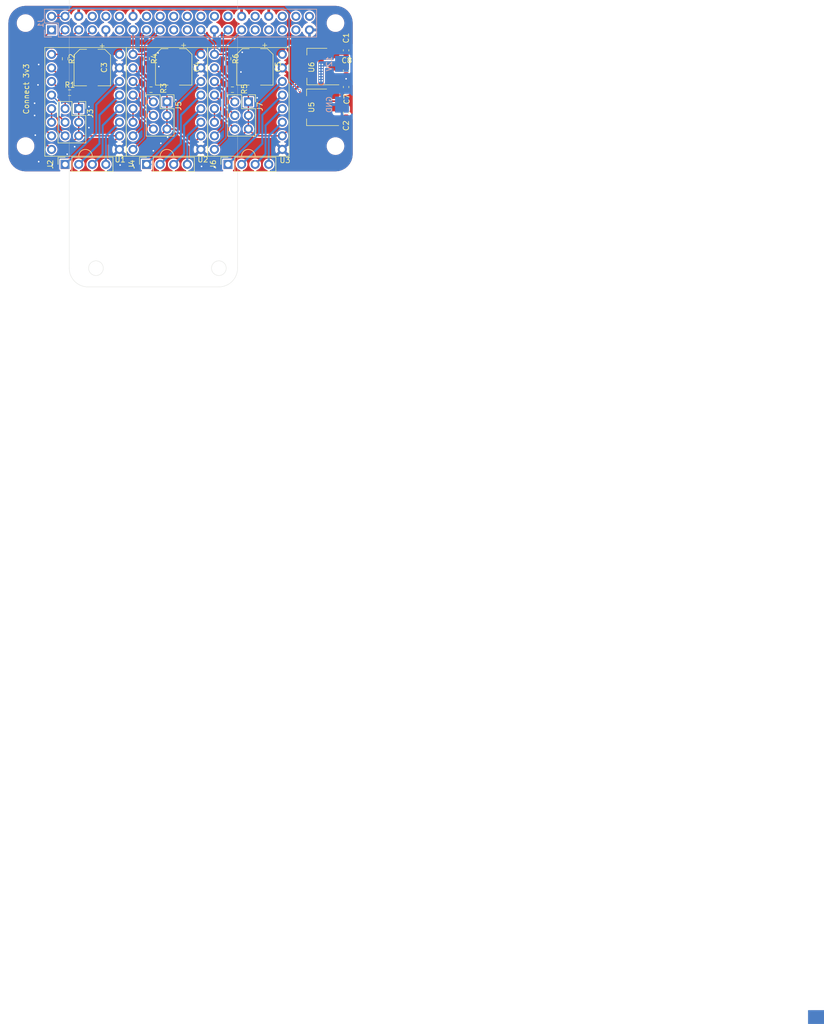
<source format=kicad_pcb>
(kicad_pcb (version 20171130) (host pcbnew "(5.1.10)-1")
  (layers (0 F.Cu signal) (31 B.Cu signal) (34 B.Paste user hide) (35 F.Paste user hide) (36 B.SilkS user hide) (37 F.SilkS user hide) (38 B.Mask user hide) (39 F.Mask user hide) (44 Edge.Cuts user hide))
  (net 0 "")
  (net 1 +12V)
  (net 2 GND)
  (net 3 +5V)
  (net 4 VCC)
  (net 5 "Net-(J1-Pad1)")
  (net 6 /dir1)
  (net 7 /step1)
  (net 8 /en1)
  (net 9 /en2)
  (net 10 /step2)
  (net 11 /en3)
  (net 12 /dir2)
  (net 13 /step3)
  (net 14 /dir3)
  (net 15 "Net-(J1-Pad16)")
  (net 16 "Net-(J1-Pad18)")
  (net 17 "Net-(J1-Pad20)")
  (net 18 "Net-(J1-Pad22)")
  (net 19 "Net-(J1-Pad24)")
  (net 20 "Net-(J1-Pad26)")
  (net 21 "Net-(J1-Pad28)")
  (net 22 "Net-(J1-Pad31)")
  (net 23 "Net-(J1-Pad32)")
  (net 24 "Net-(J1-Pad33)")
  (net 25 "Net-(J1-Pad35)")
  (net 26 "Net-(J1-Pad36)")
  (net 27 "Net-(J1-Pad37)")
  (net 28 "Net-(J1-Pad38)")
  (net 29 "Net-(J1-Pad40)")
  (net 30 "Net-(J2-Pad4)")
  (net 31 "Net-(J2-Pad3)")
  (net 32 "Net-(J2-Pad2)")
  (net 33 "Net-(J2-Pad1)")
  (net 34 "Net-(J3-Pad2)")
  (net 35 "Net-(J3-Pad4)")
  (net 36 "Net-(J3-Pad6)")
  (net 37 "Net-(J6-Pad4)")
  (net 38 "Net-(J6-Pad3)")
  (net 39 "Net-(J6-Pad2)")
  (net 40 "Net-(J6-Pad1)")
  (net 41 "Net-(J7-Pad2)")
  (net 42 "Net-(J7-Pad4)")
  (net 43 "Net-(J7-Pad6)")
  (net 44 "Net-(U1-Pad3)")
  (net 45 "Net-(U3-Pad3)")
  (net 46 "Net-(J4-Pad1)")
  (net 47 "Net-(J4-Pad2)")
  (net 48 "Net-(J4-Pad3)")
  (net 49 "Net-(J4-Pad4)")
  (net 50 "Net-(J5-Pad2)")
  (net 51 "Net-(J5-Pad4)")
  (net 52 "Net-(J5-Pad6)")
  (net 53 "Net-(U2-Pad3)")
  (net 54 /enX)
  (net 55 /stepX)
  (net 56 /dirX)
  (net 57 "Net-(J1-Pad11)")
  (net 58 "Net-(J1-Pad21)")
  (net 59 "Net-(J1-Pad19)")
  (module Connector_Pin:Pin_D1.3mm_L11.0mm (layer B.Cu) (at 171.3865 120.5865 90)
    (fp_text reference GND (at 0 -2.4 90) (layer B.SilkS) (effects (justify mirror)))
    (fp_text value Pin_D1.3mm_L11.0mm)
    (pad 1 smd rect (at 0 0 90) (size 3 2.6) (layers B.Cu B.Paste B.Mask) (net 2 GND))
  )
  (module "" (layer F.Cu) (at 119.38 138.811)
    (fp_text reference "" (at 140.716 152.4) (layer F.SilkS) (effects (font (size 1.27 1.27))))
    (fp_text value "" (at 140.716 152.4) (layer F.SilkS) (effects (font (size 1.27 1.27))))
    (pad 1 smd rect (at 140.716 152.4) (size 3 2.6) (layers B.Cu B.Paste B.Mask))
  )
  (module Connector_Pin:Pin_D1.3mm_L11.0mm (layer B.Cu) (at 171.3865 112.9665 90)
    (fp_text reference 12V (at 0 -2.4 90) (layer B.SilkS) (effects (justify mirror)))
    (fp_text value Pin_D1.3mm_L11.0mm)
    (pad 1 smd rect (at 0 0 90) (size 3 2.6) (layers B.Cu B.Paste B.Mask) (net 1 +12V))
  )
  (module Resistor_SMD:R_0201_0603Metric (layer F.Cu) (at 113.3475 117.6655 90)
    (fp_text reference "Connect 3v3" (at 0 -1.05 90) (layer F.SilkS))
    (fp_text value R_0201_0603Metric)
    (pad 2 smd roundrect (at 0.32 0 90) (size 0.46 0.4) (layers F.Cu F.Mask) (net 5 "Net-(J1-Pad1)"))
    (pad 1 smd roundrect (at -0.32 0 90) (size 0.46 0.4) (layers F.Cu F.Mask) (net 4 VCC))
  )
  (module Connector_PinSocket_2.54mm:PinSocket_2x20_P2.54mm_Vertical (layer B.Cu) (at 117.0305 106.6165 270)
    (fp_text reference J1 (at -1.27 2.032 270) (layer B.SilkS) (effects (justify mirror)))
    (fp_text value Conn_02x20_Odd_Even)
    (pad 40 thru_hole oval (at -2.54 -48.26 270) (size 1.7 1.7) (drill 1) (layers *.Cu *.Mask) (net 29 "Net-(J1-Pad40)"))
    (pad 39 thru_hole oval (at 0 -48.26 270) (size 1.7 1.7) (drill 1) (layers *.Cu *.Mask) (net 2 GND))
    (pad 38 thru_hole oval (at -2.54 -45.72 270) (size 1.7 1.7) (drill 1) (layers *.Cu *.Mask) (net 28 "Net-(J1-Pad38)"))
    (pad 37 thru_hole oval (at 0 -45.72 270) (size 1.7 1.7) (drill 1) (layers *.Cu *.Mask) (net 27 "Net-(J1-Pad37)"))
    (pad 36 thru_hole oval (at -2.54 -43.18 270) (size 1.7 1.7) (drill 1) (layers *.Cu *.Mask) (net 26 "Net-(J1-Pad36)"))
    (pad 35 thru_hole oval (at 0 -43.18 270) (size 1.7 1.7) (drill 1) (layers *.Cu *.Mask) (net 25 "Net-(J1-Pad35)"))
    (pad 34 thru_hole oval (at -2.54 -40.64 270) (size 1.7 1.7) (drill 1) (layers *.Cu *.Mask) (net 2 GND))
    (pad 33 thru_hole oval (at 0 -40.64 270) (size 1.7 1.7) (drill 1) (layers *.Cu *.Mask) (net 24 "Net-(J1-Pad33)"))
    (pad 32 thru_hole oval (at -2.54 -38.1 270) (size 1.7 1.7) (drill 1) (layers *.Cu *.Mask) (net 23 "Net-(J1-Pad32)"))
    (pad 31 thru_hole oval (at 0 -38.1 270) (size 1.7 1.7) (drill 1) (layers *.Cu *.Mask) (net 22 "Net-(J1-Pad31)"))
    (pad 30 thru_hole oval (at -2.54 -35.56 270) (size 1.7 1.7) (drill 1) (layers *.Cu *.Mask) (net 2 GND))
    (pad 29 thru_hole oval (at 0 -35.56 270) (size 1.7 1.7) (drill 1) (layers *.Cu *.Mask) (net 14 /dir3))
    (pad 28 thru_hole oval (at -2.54 -33.02 270) (size 1.7 1.7) (drill 1) (layers *.Cu *.Mask) (net 21 "Net-(J1-Pad28)"))
    (pad 27 thru_hole oval (at 0 -33.02 270) (size 1.7 1.7) (drill 1) (layers *.Cu *.Mask) (net 13 /step3))
    (pad 26 thru_hole oval (at -2.54 -30.48 270) (size 1.7 1.7) (drill 1) (layers *.Cu *.Mask) (net 20 "Net-(J1-Pad26)"))
    (pad 25 thru_hole oval (at 0 -30.48 270) (size 1.7 1.7) (drill 1) (layers *.Cu *.Mask) (net 2 GND))
    (pad 24 thru_hole oval (at -2.54 -27.94 270) (size 1.7 1.7) (drill 1) (layers *.Cu *.Mask) (net 19 "Net-(J1-Pad24)"))
    (pad 23 thru_hole oval (at 0 -27.94 270) (size 1.7 1.7) (drill 1) (layers *.Cu *.Mask) (net 11 /en3))
    (pad 22 thru_hole oval (at -2.54 -25.4 270) (size 1.7 1.7) (drill 1) (layers *.Cu *.Mask) (net 18 "Net-(J1-Pad22)"))
    (pad 21 thru_hole oval (at 0 -25.4 270) (size 1.7 1.7) (drill 1) (layers *.Cu *.Mask) (net 58 "Net-(J1-Pad21)"))
    (pad 20 thru_hole oval (at -2.54 -22.86 270) (size 1.7 1.7) (drill 1) (layers *.Cu *.Mask) (net 17 "Net-(J1-Pad20)"))
    (pad 19 thru_hole oval (at 0 -22.86 270) (size 1.7 1.7) (drill 1) (layers *.Cu *.Mask) (net 59 "Net-(J1-Pad19)"))
    (pad 18 thru_hole oval (at -2.54 -20.32 270) (size 1.7 1.7) (drill 1) (layers *.Cu *.Mask) (net 16 "Net-(J1-Pad18)"))
    (pad 17 thru_hole oval (at 0 -20.32 270) (size 1.7 1.7) (drill 1) (layers *.Cu *.Mask) (net 12 /dir2))
    (pad 16 thru_hole oval (at -2.54 -17.78 270) (size 1.7 1.7) (drill 1) (layers *.Cu *.Mask) (net 15 "Net-(J1-Pad16)"))
    (pad 15 thru_hole oval (at 0 -17.78 270) (size 1.7 1.7) (drill 1) (layers *.Cu *.Mask) (net 10 /step2))
    (pad 14 thru_hole oval (at -2.54 -15.24 270) (size 1.7 1.7) (drill 1) (layers *.Cu *.Mask) (net 2 GND))
    (pad 13 thru_hole oval (at 0 -15.24 270) (size 1.7 1.7) (drill 1) (layers *.Cu *.Mask) (net 9 /en2))
    (pad 12 thru_hole oval (at -2.54 -12.7 270) (size 1.7 1.7) (drill 1) (layers *.Cu *.Mask) (net 56 /dirX))
    (pad 11 thru_hole oval (at 0 -12.7 270) (size 1.7 1.7) (drill 1) (layers *.Cu *.Mask) (net 57 "Net-(J1-Pad11)"))
    (pad 10 thru_hole oval (at -2.54 -10.16 270) (size 1.7 1.7) (drill 1) (layers *.Cu *.Mask) (net 55 /stepX))
    (pad 9 thru_hole oval (at 0 -10.16 270) (size 1.7 1.7) (drill 1) (layers *.Cu *.Mask) (net 2 GND))
    (pad 8 thru_hole oval (at -2.54 -7.62 270) (size 1.7 1.7) (drill 1) (layers *.Cu *.Mask) (net 54 /enX))
    (pad 7 thru_hole oval (at 0 -7.62 270) (size 1.7 1.7) (drill 1) (layers *.Cu *.Mask) (net 8 /en1))
    (pad 6 thru_hole oval (at -2.54 -5.08 270) (size 1.7 1.7) (drill 1) (layers *.Cu *.Mask) (net 2 GND))
    (pad 5 thru_hole oval (at 0 -5.08 270) (size 1.7 1.7) (drill 1) (layers *.Cu *.Mask) (net 7 /step1))
    (pad 4 thru_hole oval (at -2.54 -2.54 270) (size 1.7 1.7) (drill 1) (layers *.Cu *.Mask) (net 3 +5V))
    (pad 3 thru_hole oval (at 0 -2.54 270) (size 1.7 1.7) (drill 1) (layers *.Cu *.Mask) (net 6 /dir1))
    (pad 2 thru_hole oval (at -2.54 0 270) (size 1.7 1.7) (drill 1) (layers *.Cu *.Mask) (net 3 +5V))
    (pad 1 thru_hole rect (at 0 0 270) (size 1.7 1.7) (drill 1) (layers *.Cu *.Mask) (net 5 "Net-(J1-Pad1)"))
  )
  (module a4988:a4988 (layer F.Cu) (at 123.3805 120.0785 90)
    (fp_text reference U1 (at -10.795 6.477) (layer F.SilkS))
    (fp_text value a4988)
    (pad 9 thru_hole circle (at 8.89 6.35 180) (size 1.7 1.7) (drill 1) (layers *.Cu *.Mask) (net 1 +12V))
    (pad 10 thru_hole circle (at 6.35 6.35 180) (size 1.7 1.7) (drill 1) (layers *.Cu *.Mask) (net 2 GND))
    (pad 11 thru_hole circle (at 3.81 6.35 180) (size 1.7 1.7) (drill 1) (layers *.Cu *.Mask) (net 33 "Net-(J2-Pad1)"))
    (pad 12 thru_hole circle (at 1.27 6.35 180) (size 1.7 1.7) (drill 1) (layers *.Cu *.Mask) (net 32 "Net-(J2-Pad2)"))
    (pad 13 thru_hole circle (at -1.27 6.35 180) (size 1.7 1.7) (drill 1) (layers *.Cu *.Mask) (net 31 "Net-(J2-Pad3)"))
    (pad 14 thru_hole circle (at -3.81 6.35 180) (size 1.7 1.7) (drill 1) (layers *.Cu *.Mask) (net 30 "Net-(J2-Pad4)"))
    (pad 15 thru_hole circle (at -6.35 6.35 180) (size 1.7 1.7) (drill 1) (layers *.Cu *.Mask) (net 4 VCC))
    (pad 16 thru_hole circle (at -8.89 6.35 180) (size 1.7 1.7) (drill 1) (layers *.Cu *.Mask) (net 2 GND))
    (pad 1 thru_hole circle (at -8.89 -6.35 180) (size 1.7 1.7) (drill 1) (layers *.Cu *.Mask) (net 6 /dir1))
    (pad 2 thru_hole circle (at -6.35 -6.35 180) (size 1.7 1.7) (drill 1) (layers *.Cu *.Mask) (net 7 /step1))
    (pad 3 thru_hole circle (at -3.81 -6.35 180) (size 1.7 1.7) (drill 1) (layers *.Cu *.Mask) (net 44 "Net-(U1-Pad3)"))
    (pad 4 thru_hole circle (at -1.27 -6.35 180) (size 1.7 1.7) (drill 1) (layers *.Cu *.Mask) (net 44 "Net-(U1-Pad3)"))
    (pad 5 thru_hole circle (at 1.27 -6.35 180) (size 1.7 1.7) (drill 1) (layers *.Cu *.Mask) (net 36 "Net-(J3-Pad6)"))
    (pad 6 thru_hole circle (at 3.81 -6.35 180) (size 1.7 1.7) (drill 1) (layers *.Cu *.Mask) (net 35 "Net-(J3-Pad4)"))
    (pad 7 thru_hole circle (at 6.35 -6.35 180) (size 1.7 1.7) (drill 1) (layers *.Cu *.Mask) (net 34 "Net-(J3-Pad2)"))
    (pad 8 thru_hole circle (at 8.89 -6.35 180) (size 1.7 1.7) (drill 1) (layers *.Cu *.Mask) (net 8 /en1))
  )
  (module Capacitor_SMD:C_0603_1608Metric (layer F.Cu) (at 172.1485 110.4395 90)
    (fp_text reference C1 (at 2.299 0 90) (layer F.SilkS))
    (fp_text value C)
    (pad 1 smd roundrect (at -0.775 0 90) (size 0.9 0.95) (layers F.Cu F.Paste F.Mask) (net 1 +12V))
    (pad 2 smd roundrect (at 0.775 0 90) (size 0.9 0.95) (layers F.Cu F.Paste F.Mask) (net 2 GND))
  )
  (module Capacitor_SMD:C_0603_1608Metric (layer F.Cu) (at 172.1485 122.1235 270)
    (fp_text reference C2 (at 2.4 0 90) (layer F.SilkS))
    (fp_text value C)
    (pad 2 smd roundrect (at 0.775 0 270) (size 0.9 0.95) (layers F.Cu F.Paste F.Mask) (net 2 GND))
    (pad 1 smd roundrect (at -0.775 0 270) (size 0.9 0.95) (layers F.Cu F.Paste F.Mask) (net 3 +5V))
  )
  (module Capacitor_SMD:C_0603_1608Metric (layer F.Cu) (at 172.1485 117.2975 90)
    (fp_text reference C7 (at -2.273 0.127 90) (layer F.SilkS))
    (fp_text value C)
    (pad 1 smd roundrect (at -0.775 0 90) (size 0.9 0.95) (layers F.Cu F.Paste F.Mask) (net 1 +12V))
    (pad 2 smd roundrect (at 0.775 0 90) (size 0.9 0.95) (layers F.Cu F.Paste F.Mask) (net 2 GND))
  )
  (module Capacitor_SMD:C_0603_1608Metric (layer F.Cu) (at 172.1485 114.2235 270)
    (fp_text reference C8 (at -1.892 -0.127) (layer F.SilkS))
    (fp_text value C)
    (pad 2 smd roundrect (at 0.775 0 270) (size 0.9 0.95) (layers F.Cu F.Paste F.Mask) (net 2 GND))
    (pad 1 smd roundrect (at -0.775 0 270) (size 0.9 0.95) (layers F.Cu F.Paste F.Mask) (net 4 VCC))
  )
  (module Connector_PinSocket_2.54mm:PinSocket_1x04_P2.54mm_Vertical (layer F.Cu) (at 119.5705 131.7625 90)
    (fp_text reference J2 (at 0 -2.77 90) (layer F.SilkS))
    (fp_text value Conn_01x04)
    (pad 4 thru_hole oval (at 0 7.62 90) (size 1.7 1.7) (drill 1) (layers *.Cu *.Mask) (net 30 "Net-(J2-Pad4)"))
    (pad 3 thru_hole oval (at 0 5.08 90) (size 1.7 1.7) (drill 1) (layers *.Cu *.Mask) (net 31 "Net-(J2-Pad3)"))
    (pad 2 thru_hole oval (at 0 2.54 90) (size 1.7 1.7) (drill 1) (layers *.Cu *.Mask) (net 32 "Net-(J2-Pad2)"))
    (pad 1 thru_hole rect (at 0 0 90) (size 1.7 1.7) (drill 1) (layers *.Cu *.Mask) (net 33 "Net-(J2-Pad1)"))
  )
  (module Connector_PinSocket_2.54mm:PinSocket_2x03_P2.54mm_Vertical (layer F.Cu) (at 122.1105 121.3485)
    (fp_text reference J3 (at 2.159 0.889 -90) (layer F.SilkS))
    (fp_text value Conn_02x03_Odd_Even)
    (pad 1 thru_hole rect (at 0 0) (size 1.7 1.7) (drill 1) (layers *.Cu *.Mask) (net 4 VCC))
    (pad 2 thru_hole oval (at -2.54 0) (size 1.7 1.7) (drill 1) (layers *.Cu *.Mask) (net 34 "Net-(J3-Pad2)"))
    (pad 3 thru_hole oval (at 0 2.54) (size 1.7 1.7) (drill 1) (layers *.Cu *.Mask) (net 4 VCC))
    (pad 4 thru_hole oval (at -2.54 2.54) (size 1.7 1.7) (drill 1) (layers *.Cu *.Mask) (net 35 "Net-(J3-Pad4)"))
    (pad 5 thru_hole oval (at 0 5.08) (size 1.7 1.7) (drill 1) (layers *.Cu *.Mask) (net 4 VCC))
    (pad 6 thru_hole oval (at -2.54 5.08) (size 1.7 1.7) (drill 1) (layers *.Cu *.Mask) (net 36 "Net-(J3-Pad6)"))
  )
  (module Connector_PinSocket_2.54mm:PinSocket_1x04_P2.54mm_Vertical (layer F.Cu) (at 150.0505 131.7625 90)
    (fp_text reference J6 (at 0 -2.77 90) (layer F.SilkS))
    (fp_text value Conn_01x04)
    (pad 4 thru_hole oval (at 0 7.62 90) (size 1.7 1.7) (drill 1) (layers *.Cu *.Mask) (net 37 "Net-(J6-Pad4)"))
    (pad 3 thru_hole oval (at 0 5.08 90) (size 1.7 1.7) (drill 1) (layers *.Cu *.Mask) (net 38 "Net-(J6-Pad3)"))
    (pad 2 thru_hole oval (at 0 2.54 90) (size 1.7 1.7) (drill 1) (layers *.Cu *.Mask) (net 39 "Net-(J6-Pad2)"))
    (pad 1 thru_hole rect (at 0 0 90) (size 1.7 1.7) (drill 1) (layers *.Cu *.Mask) (net 40 "Net-(J6-Pad1)"))
  )
  (module Connector_PinSocket_2.54mm:PinSocket_2x03_P2.54mm_Vertical (layer F.Cu) (at 153.8605 120.0785)
    (fp_text reference J7 (at 2.159 0.889 -90) (layer F.SilkS))
    (fp_text value Conn_02x03_Odd_Even)
    (pad 1 thru_hole rect (at 0 0) (size 1.7 1.7) (drill 1) (layers *.Cu *.Mask) (net 4 VCC))
    (pad 2 thru_hole oval (at -2.54 0) (size 1.7 1.7) (drill 1) (layers *.Cu *.Mask) (net 41 "Net-(J7-Pad2)"))
    (pad 3 thru_hole oval (at 0 2.54) (size 1.7 1.7) (drill 1) (layers *.Cu *.Mask) (net 4 VCC))
    (pad 4 thru_hole oval (at -2.54 2.54) (size 1.7 1.7) (drill 1) (layers *.Cu *.Mask) (net 42 "Net-(J7-Pad4)"))
    (pad 5 thru_hole oval (at 0 5.08) (size 1.7 1.7) (drill 1) (layers *.Cu *.Mask) (net 4 VCC))
    (pad 6 thru_hole oval (at -2.54 5.08) (size 1.7 1.7) (drill 1) (layers *.Cu *.Mask) (net 43 "Net-(J7-Pad6)"))
  )
  (module a4988:a4988 (layer F.Cu) (at 153.8605 120.0785 90)
    (fp_text reference U3 (at -10.922 6.858) (layer F.SilkS))
    (fp_text value a4988)
    (pad 9 thru_hole circle (at 8.89 6.35 180) (size 1.7 1.7) (drill 1) (layers *.Cu *.Mask) (net 1 +12V))
    (pad 10 thru_hole circle (at 6.35 6.35 180) (size 1.7 1.7) (drill 1) (layers *.Cu *.Mask) (net 2 GND))
    (pad 11 thru_hole circle (at 3.81 6.35 180) (size 1.7 1.7) (drill 1) (layers *.Cu *.Mask) (net 40 "Net-(J6-Pad1)"))
    (pad 12 thru_hole circle (at 1.27 6.35 180) (size 1.7 1.7) (drill 1) (layers *.Cu *.Mask) (net 39 "Net-(J6-Pad2)"))
    (pad 13 thru_hole circle (at -1.27 6.35 180) (size 1.7 1.7) (drill 1) (layers *.Cu *.Mask) (net 38 "Net-(J6-Pad3)"))
    (pad 14 thru_hole circle (at -3.81 6.35 180) (size 1.7 1.7) (drill 1) (layers *.Cu *.Mask) (net 37 "Net-(J6-Pad4)"))
    (pad 15 thru_hole circle (at -6.35 6.35 180) (size 1.7 1.7) (drill 1) (layers *.Cu *.Mask) (net 4 VCC))
    (pad 16 thru_hole circle (at -8.89 6.35 180) (size 1.7 1.7) (drill 1) (layers *.Cu *.Mask) (net 2 GND))
    (pad 1 thru_hole circle (at -8.89 -6.35 180) (size 1.7 1.7) (drill 1) (layers *.Cu *.Mask) (net 14 /dir3))
    (pad 2 thru_hole circle (at -6.35 -6.35 180) (size 1.7 1.7) (drill 1) (layers *.Cu *.Mask) (net 13 /step3))
    (pad 3 thru_hole circle (at -3.81 -6.35 180) (size 1.7 1.7) (drill 1) (layers *.Cu *.Mask) (net 45 "Net-(U3-Pad3)"))
    (pad 4 thru_hole circle (at -1.27 -6.35 180) (size 1.7 1.7) (drill 1) (layers *.Cu *.Mask) (net 45 "Net-(U3-Pad3)"))
    (pad 5 thru_hole circle (at 1.27 -6.35 180) (size 1.7 1.7) (drill 1) (layers *.Cu *.Mask) (net 43 "Net-(J7-Pad6)"))
    (pad 6 thru_hole circle (at 3.81 -6.35 180) (size 1.7 1.7) (drill 1) (layers *.Cu *.Mask) (net 42 "Net-(J7-Pad4)"))
    (pad 7 thru_hole circle (at 6.35 -6.35 180) (size 1.7 1.7) (drill 1) (layers *.Cu *.Mask) (net 41 "Net-(J7-Pad2)"))
    (pad 8 thru_hole circle (at 8.89 -6.35 180) (size 1.7 1.7) (drill 1) (layers *.Cu *.Mask) (net 11 /en3))
  )
  (module Package_TO_SOT_SMD:SOT-223-3_TabPin2 (layer F.Cu) (at 166.6625 121.0945 180)
    (fp_text reference U5 (at 0.991 0 270) (layer F.SilkS))
    (fp_text value IFX27001TFV50)
    (pad 2 smd rect (at 3.15 0 180) (size 2 3.8) (layers F.Cu F.Paste F.Mask) (net 3 +5V))
    (pad 2 smd rect (at -3.15 0 180) (size 2 1.5) (layers F.Cu F.Paste F.Mask) (net 3 +5V))
    (pad 3 smd rect (at -3.15 2.3 180) (size 2 1.5) (layers F.Cu F.Paste F.Mask) (net 1 +12V))
    (pad 1 smd rect (at -3.15 -2.3 180) (size 2 1.5) (layers F.Cu F.Paste F.Mask) (net 2 GND))
  )
  (module Package_TO_SOT_SMD:SOT-223-3_TabPin2 (layer F.Cu) (at 166.7125 113.4745 180)
    (fp_text reference U6 (at 1.041 -0.127 270) (layer F.SilkS))
    (fp_text value AP1117-33)
    (pad 1 smd rect (at -3.15 -2.3 180) (size 2 1.5) (layers F.Cu F.Paste F.Mask) (net 2 GND))
    (pad 3 smd rect (at -3.15 2.3 180) (size 2 1.5) (layers F.Cu F.Paste F.Mask) (net 1 +12V))
    (pad 2 smd rect (at -3.15 0 180) (size 2 1.5) (layers F.Cu F.Paste F.Mask) (net 4 VCC))
    (pad 2 smd rect (at 3.15 0 180) (size 2 3.8) (layers F.Cu F.Paste F.Mask) (net 4 VCC))
  )
  (module Resistor_SMD:R_0603_1608Metric (layer F.Cu) (at 150.8755 117.7925 180)
    (fp_text reference R5 (at -2.223 0.127 270) (layer F.SilkS))
    (fp_text value 100k)
    (pad 2 smd roundrect (at 0.825 0 180) (size 0.8 0.95) (layers F.Cu F.Paste F.Mask) (net 41 "Net-(J7-Pad2)"))
    (pad 1 smd roundrect (at -0.825 0 180) (size 0.8 0.95) (layers F.Cu F.Paste F.Mask) (net 2 GND))
  )
  (module Resistor_SMD:R_0603_1608Metric (layer F.Cu) (at 150.0505 112.0135 270)
    (fp_text reference R6 (at 0 -1.43 90) (layer F.SilkS))
    (fp_text value 10k)
    (pad 1 smd roundrect (at -0.825 0 270) (size 0.8 0.95) (layers F.Cu F.Paste F.Mask) (net 11 /en3))
    (pad 2 smd roundrect (at 0.825 0 270) (size 0.8 0.95) (layers F.Cu F.Paste F.Mask) (net 4 VCC))
  )
  (module Resistor_SMD:R_0603_1608Metric (layer F.Cu) (at 120.3955 118.3635 180)
    (fp_text reference R1 (at -0.064 1.46) (layer F.SilkS))
    (fp_text value 100k)
    (pad 2 smd roundrect (at 0.825 0 180) (size 0.8 0.95) (layers F.Cu F.Paste F.Mask) (net 34 "Net-(J3-Pad2)"))
    (pad 1 smd roundrect (at -0.825 0 180) (size 0.8 0.95) (layers F.Cu F.Paste F.Mask) (net 2 GND))
  )
  (module Resistor_SMD:R_0603_1608Metric (layer F.Cu) (at 119.5705 112.0135 270)
    (fp_text reference R2 (at 0 -1.27 90) (layer F.SilkS))
    (fp_text value 10k)
    (pad 1 smd roundrect (at -0.825 0 270) (size 0.8 0.95) (layers F.Cu F.Paste F.Mask) (net 8 /en1))
    (pad 2 smd roundrect (at 0.825 0 270) (size 0.8 0.95) (layers F.Cu F.Paste F.Mask) (net 4 VCC))
  )
  (module Resistor_SMD:R_0603_1608Metric (layer F.Cu) (at 135.6355 117.7925 180)
    (fp_text reference R3 (at -2.35 0.254 270) (layer F.SilkS))
    (fp_text value 100k)
    (pad 1 smd roundrect (at -0.825 0 180) (size 0.8 0.95) (layers F.Cu F.Paste F.Mask) (net 2 GND))
    (pad 2 smd roundrect (at 0.825 0 180) (size 0.8 0.95) (layers F.Cu F.Paste F.Mask) (net 50 "Net-(J5-Pad2)"))
  )
  (module Resistor_SMD:R_0603_1608Metric (layer F.Cu) (at 134.8105 112.0135 270)
    (fp_text reference R4 (at 0 -1.43 90) (layer F.SilkS))
    (fp_text value 10k)
    (pad 2 smd roundrect (at 0.825 0 270) (size 0.8 0.95) (layers F.Cu F.Paste F.Mask) (net 4 VCC))
    (pad 1 smd roundrect (at -0.825 0 270) (size 0.8 0.95) (layers F.Cu F.Paste F.Mask) (net 9 /en2))
  )
  (module Connector_PinSocket_2.54mm:PinSocket_1x04_P2.54mm_Vertical (layer F.Cu) (at 134.8105 131.7625 90)
    (fp_text reference J4 (at 0 -2.77 90) (layer F.SilkS))
    (fp_text value Conn_01x04)
    (pad 4 thru_hole oval (at 0 7.62 90) (size 1.7 1.7) (drill 1) (layers *.Cu *.Mask) (net 49 "Net-(J4-Pad4)"))
    (pad 3 thru_hole oval (at 0 5.08 90) (size 1.7 1.7) (drill 1) (layers *.Cu *.Mask) (net 48 "Net-(J4-Pad3)"))
    (pad 2 thru_hole oval (at 0 2.54 90) (size 1.7 1.7) (drill 1) (layers *.Cu *.Mask) (net 47 "Net-(J4-Pad2)"))
    (pad 1 thru_hole rect (at 0 0 90) (size 1.7 1.7) (drill 1) (layers *.Cu *.Mask) (net 46 "Net-(J4-Pad1)"))
  )
  (module Connector_PinSocket_2.54mm:PinSocket_2x03_P2.54mm_Vertical (layer F.Cu) (at 138.6205 120.0785)
    (fp_text reference J5 (at 2.159 0.762 -90) (layer F.SilkS))
    (fp_text value Conn_02x03_Odd_Even)
    (pad 1 thru_hole rect (at 0 0) (size 1.7 1.7) (drill 1) (layers *.Cu *.Mask) (net 4 VCC))
    (pad 2 thru_hole oval (at -2.54 0) (size 1.7 1.7) (drill 1) (layers *.Cu *.Mask) (net 50 "Net-(J5-Pad2)"))
    (pad 3 thru_hole oval (at 0 2.54) (size 1.7 1.7) (drill 1) (layers *.Cu *.Mask) (net 4 VCC))
    (pad 4 thru_hole oval (at -2.54 2.54) (size 1.7 1.7) (drill 1) (layers *.Cu *.Mask) (net 51 "Net-(J5-Pad4)"))
    (pad 5 thru_hole oval (at 0 5.08) (size 1.7 1.7) (drill 1) (layers *.Cu *.Mask) (net 4 VCC))
    (pad 6 thru_hole oval (at -2.54 5.08) (size 1.7 1.7) (drill 1) (layers *.Cu *.Mask) (net 52 "Net-(J5-Pad6)"))
  )
  (module a4988:a4988 (layer F.Cu) (at 138.6205 120.0785 90)
    (fp_text reference U2 (at -10.795 6.731) (layer F.SilkS))
    (fp_text value a4988)
    (pad 8 thru_hole circle (at 8.89 -6.35 180) (size 1.7 1.7) (drill 1) (layers *.Cu *.Mask) (net 9 /en2))
    (pad 7 thru_hole circle (at 6.35 -6.35 180) (size 1.7 1.7) (drill 1) (layers *.Cu *.Mask) (net 50 "Net-(J5-Pad2)"))
    (pad 6 thru_hole circle (at 3.81 -6.35 180) (size 1.7 1.7) (drill 1) (layers *.Cu *.Mask) (net 51 "Net-(J5-Pad4)"))
    (pad 5 thru_hole circle (at 1.27 -6.35 180) (size 1.7 1.7) (drill 1) (layers *.Cu *.Mask) (net 52 "Net-(J5-Pad6)"))
    (pad 4 thru_hole circle (at -1.27 -6.35 180) (size 1.7 1.7) (drill 1) (layers *.Cu *.Mask) (net 53 "Net-(U2-Pad3)"))
    (pad 3 thru_hole circle (at -3.81 -6.35 180) (size 1.7 1.7) (drill 1) (layers *.Cu *.Mask) (net 53 "Net-(U2-Pad3)"))
    (pad 2 thru_hole circle (at -6.35 -6.35 180) (size 1.7 1.7) (drill 1) (layers *.Cu *.Mask) (net 10 /step2))
    (pad 1 thru_hole circle (at -8.89 -6.35 180) (size 1.7 1.7) (drill 1) (layers *.Cu *.Mask) (net 12 /dir2))
    (pad 16 thru_hole circle (at -8.89 6.35 180) (size 1.7 1.7) (drill 1) (layers *.Cu *.Mask) (net 2 GND))
    (pad 15 thru_hole circle (at -6.35 6.35 180) (size 1.7 1.7) (drill 1) (layers *.Cu *.Mask) (net 4 VCC))
    (pad 14 thru_hole circle (at -3.81 6.35 180) (size 1.7 1.7) (drill 1) (layers *.Cu *.Mask) (net 49 "Net-(J4-Pad4)"))
    (pad 13 thru_hole circle (at -1.27 6.35 180) (size 1.7 1.7) (drill 1) (layers *.Cu *.Mask) (net 48 "Net-(J4-Pad3)"))
    (pad 12 thru_hole circle (at 1.27 6.35 180) (size 1.7 1.7) (drill 1) (layers *.Cu *.Mask) (net 47 "Net-(J4-Pad2)"))
    (pad 11 thru_hole circle (at 3.81 6.35 180) (size 1.7 1.7) (drill 1) (layers *.Cu *.Mask) (net 46 "Net-(J4-Pad1)"))
    (pad 10 thru_hole circle (at 6.35 6.35 180) (size 1.7 1.7) (drill 1) (layers *.Cu *.Mask) (net 2 GND))
    (pad 9 thru_hole circle (at 8.89 6.35 180) (size 1.7 1.7) (drill 1) (layers *.Cu *.Mask) (net 1 +12V))
  )
  (module Capacitor_SMD:CP_Elec_6.3x5.3 (layer F.Cu) (at 124.6505 113.665 270)
    (fp_text reference C3 (at 0 -2.2225 90) (layer F.SilkS))
    (fp_text value CP1)
    (pad 2 smd roundrect (at 2.8 0 270) (size 3.5 1.6) (layers F.Cu F.Paste F.Mask) (roundrect_rratio 0.15625) (net 2 GND))
    (pad 1 smd roundrect (at -2.8 0 270) (size 3.5 1.6) (layers F.Cu F.Paste F.Mask) (roundrect_rratio 0.15625) (net 1 +12V))
  )
  (module Capacitor_SMD:CP_Elec_6.3x5.3 (layer F.Cu) (at 139.8905 113.538 270)
    (fp_text reference C4 (at 0 -4.35 90) (layer F.SilkS))
    (fp_text value CP1)
    (pad 1 smd roundrect (at -2.8 0 270) (size 3.5 1.6) (layers F.Cu F.Paste F.Mask) (roundrect_rratio 0.15625) (net 1 +12V))
    (pad 2 smd roundrect (at 2.8 0 270) (size 3.5 1.6) (layers F.Cu F.Paste F.Mask) (roundrect_rratio 0.15625) (net 2 GND))
  )
  (module Capacitor_SMD:CP_Elec_6.3x5.3 (layer F.Cu) (at 155.067 113.538 270)
    (fp_text reference C5 (at 0 -4.35 90) (layer F.SilkS))
    (fp_text value CP1)
    (pad 2 smd roundrect (at 2.8 0 270) (size 3.5 1.6) (layers F.Cu F.Paste F.Mask) (roundrect_rratio 0.15625) (net 2 GND))
    (pad 1 smd roundrect (at -2.8 0 270) (size 3.5 1.6) (layers F.Cu F.Paste F.Mask) (roundrect_rratio 0.15625) (net 1 +12V))
  )
  (gr_circle (center 125.336 93.174001) (end 125.336 94.549001) (layer Edge.Cuts) (width 0.05))
  (gr_circle (center 148.336 93.174001) (end 148.336 94.549001) (layer Edge.Cuts) (width 0.05))
  (gr_circle (center 125.336 151.174) (end 125.336 152.549) (layer Edge.Cuts) (width 0.05))
  (gr_circle (center 148.336 151.174) (end 148.336 152.549) (layer Edge.Cuts) (width 0.05))
  (gr_arc (start 148.336 93.174001) (end 151.836 93.174) (angle -90) (layer Edge.Cuts) (width 0.05))
  (gr_line (start 151.835999 151.174) (end 151.836 93.174) (layer Edge.Cuts) (width 0.05))
  (gr_arc (start 148.336 151.174) (end 148.335999 154.674) (angle -90) (layer Edge.Cuts) (width 0.05))
  (gr_line (start 123.836 154.674) (end 148.335999 154.674) (layer Edge.Cuts) (width 0.05))
  (gr_line (start 148.335999 89.674001) (end 123.836 89.674001) (layer Edge.Cuts) (width 0.05))
  (gr_arc (start 123.836 93.174001) (end 123.836 89.674001) (angle -90) (layer Edge.Cuts) (width 0.05))
  (gr_arc (start 123.836 151.174) (end 120.336 151.174) (angle -90) (layer Edge.Cuts) (width 0.05))
  (gr_line (start 120.336 93.174001) (end 120.336 151.174) (layer Edge.Cuts) (width 0.05))
  (via (at 167.7035 116.1415) (size 0.5) (drill 0.3) (layers F.Cu B.Cu) (net 1))
  (via (at 167.7035 114.1095) (size 0.5) (drill 0.3) (layers F.Cu B.Cu) (net 1))
  (via (at 167.7035 115.1255) (size 0.5) (drill 0.3) (layers F.Cu B.Cu) (net 1))
  (via (at 167.7035 113.6015) (size 0.5) (drill 0.3) (layers F.Cu B.Cu) (net 1))
  (via (at 167.7035 113.0935) (size 0.5) (drill 0.3) (layers F.Cu B.Cu) (net 1))
  (via (at 167.7035 115.6335) (size 0.5) (drill 0.3) (layers F.Cu B.Cu) (net 1))
  (via (at 167.7035 114.6175) (size 0.5) (drill 0.3) (layers F.Cu B.Cu) (net 1))
  (segment (start 129.7305 109.6645) (end 130.4925 108.9025) (width 1) (layer F.Cu) (net 1))
  (segment (start 129.7305 111.1885) (end 129.7305 109.6645) (width 1) (layer F.Cu) (net 1))
  (segment (start 128.4935 110.9015) (end 129.7305 109.6645) (width 1) (layer F.Cu) (net 1))
  (segment (start 124.6505 110.9015) (end 128.4935 110.9015) (width 1) (layer F.Cu) (net 1))
  (segment (start 144.9705 109.9185) (end 145.9865 108.9025) (width 1) (layer F.Cu) (net 1))
  (segment (start 144.9705 111.1885) (end 144.9705 109.9185) (width 1) (layer F.Cu) (net 1))
  (segment (start 145.9865 108.9025) (end 130.4925 108.9025) (width 1) (layer F.Cu) (net 1))
  (segment (start 143.9875 110.9015) (end 144.9705 109.9185) (width 1) (layer F.Cu) (net 1))
  (segment (start 139.8905 110.9015) (end 143.9875 110.9015) (width 1) (layer F.Cu) (net 1))
  (segment (start 160.2105 109.9185) (end 161.2265 108.9025) (width 1) (layer F.Cu) (net 1))
  (segment (start 161.2265 108.9025) (end 145.9865 108.9025) (width 1) (layer F.Cu) (net 1))
  (segment (start 160.2105 111.1885) (end 160.2105 109.9185) (width 1) (layer F.Cu) (net 1))
  (segment (start 159.2275 110.9015) (end 160.2105 109.9185) (width 1) (layer F.Cu) (net 1))
  (segment (start 155.1305 110.9015) (end 159.2275 110.9015) (width 1) (layer F.Cu) (net 1))
  (segment (start 171.4265 118.7945) (end 172.1485 118.0725) (width 0.25) (layer F.Cu) (net 1))
  (segment (start 169.8125 118.7945) (end 171.4265 118.7945) (width 0.25) (layer F.Cu) (net 1))
  (segment (start 172.1085 111.1745) (end 172.1485 111.2145) (width 0.25) (layer F.Cu) (net 1))
  (segment (start 169.8625 111.1745) (end 172.1085 111.1745) (width 0.25) (layer F.Cu) (net 1))
  (segment (start 167.4495 117.9195) (end 168.3245 118.7945) (width 1) (layer F.Cu) (net 1))
  (segment (start 167.4495 111.1885) (end 167.4495 113.0935) (width 1) (layer F.Cu) (net 1))
  (segment (start 168.3245 118.7945) (end 169.8125 118.7945) (width 1) (layer F.Cu) (net 1))
  (segment (start 165.1635 108.9025) (end 167.4495 111.1885) (width 1) (layer F.Cu) (net 1))
  (segment (start 161.2265 108.9025) (end 165.1635 108.9025) (width 1) (layer F.Cu) (net 1))
  (segment (start 167.4635 111.1745) (end 167.4495 111.1885) (width 1) (layer F.Cu) (net 1))
  (segment (start 169.8625 111.1745) (end 167.4635 111.1745) (width 1) (layer F.Cu) (net 1))
  (segment (start 171.3865 112.9665) (end 167.4495 112.9665) (width 1) (layer B.Cu) (net 1))
  (segment (start 167.4495 112.9665) (end 167.4495 116.2685) (width 1) (layer B.Cu) (net 1))
  (segment (start 167.4495 116.1415) (end 167.4495 117.9195) (width 1) (layer F.Cu) (net 1))
  (via (at 167.1955 116.1415) (size 0.5) (drill 0.3) (layers F.Cu B.Cu) (net 1))
  (segment (start 167.4495 115.6335) (end 167.4495 116.1415) (width 1) (layer F.Cu) (net 1))
  (via (at 167.1955 115.6335) (size 0.5) (drill 0.3) (layers F.Cu B.Cu) (net 1))
  (segment (start 167.4495 115.1255) (end 167.4495 115.6335) (width 1) (layer F.Cu) (net 1))
  (via (at 167.1955 115.1255) (size 0.5) (drill 0.3) (layers F.Cu B.Cu) (net 1))
  (segment (start 167.4495 114.6175) (end 167.4495 115.1255) (width 1) (layer F.Cu) (net 1))
  (via (at 167.1955 114.6175) (size 0.5) (drill 0.3) (layers F.Cu B.Cu) (net 1))
  (segment (start 167.4495 114.1095) (end 167.4495 114.6175) (width 1) (layer F.Cu) (net 1))
  (via (at 167.1955 114.1095) (size 0.5) (drill 0.3) (layers F.Cu B.Cu) (net 1))
  (segment (start 167.4495 113.6015) (end 167.4495 114.1095) (width 1) (layer F.Cu) (net 1))
  (via (at 167.1955 113.6015) (size 0.5) (drill 0.3) (layers F.Cu B.Cu) (net 1))
  (segment (start 167.4495 113.0935) (end 167.4495 113.6015) (width 1) (layer F.Cu) (net 1))
  (via (at 167.1955 113.0935) (size 0.5) (drill 0.3) (layers F.Cu B.Cu) (net 1))
  (via (at 148.3995 110.0455) (size 0.5) (drill 0.3) (layers F.Cu B.Cu) (net 2))
  (via (at 148.5265 107.8865) (size 0.5) (drill 0.3) (layers F.Cu B.Cu) (net 2))
  (via (at 136.0805 129.2225) (size 0.5) (drill 0.3) (layers F.Cu B.Cu) (net 2))
  (via (at 137.4775 127.8255) (size 0.5) (drill 0.3) (layers F.Cu B.Cu) (net 2))
  (via (at 138.7475 126.6825) (size 0.5) (drill 0.3) (layers F.Cu B.Cu) (net 2))
  (via (at 119.9515 129.8575) (size 0.5) (drill 0.3) (layers F.Cu B.Cu) (net 2))
  (via (at 121.3485 128.4605) (size 0.5) (drill 0.3) (layers F.Cu B.Cu) (net 2))
  (via (at 114.4905 116.9035) (size 0.5) (drill 0.3) (layers F.Cu B.Cu) (net 2))
  (via (at 114.6175 113.0935) (size 0.5) (drill 0.3) (layers F.Cu B.Cu) (net 2))
  (via (at 147.5105 132.2705) (size 0.5) (drill 0.3) (layers F.Cu B.Cu) (net 2))
  (via (at 145.0975 132.1435) (size 0.5) (drill 0.3) (layers F.Cu B.Cu) (net 2))
  (via (at 129.8575 131.8895) (size 0.5) (drill 0.3) (layers F.Cu B.Cu) (net 2))
  (via (at 132.2705 131.8895) (size 0.5) (drill 0.3) (layers F.Cu B.Cu) (net 2))
  (via (at 113.8555 122.6185) (size 0.5) (drill 0.3) (layers F.Cu B.Cu) (net 2))
  (via (at 113.8555 120.3325) (size 0.5) (drill 0.3) (layers F.Cu B.Cu) (net 2))
  (via (at 113.9825 126.3015) (size 0.5) (drill 0.3) (layers F.Cu B.Cu) (net 2))
  (via (at 114.6175 131.2545) (size 0.5) (drill 0.3) (layers F.Cu B.Cu) (net 2))
  (via (at 117.1575 131.8895) (size 0.5) (drill 0.3) (layers F.Cu B.Cu) (net 2))
  (via (at 124.0155 124.9045) (size 0.5) (drill 0.3) (layers F.Cu B.Cu) (net 2))
  (via (at 124.0155 122.4915) (size 0.5) (drill 0.3) (layers F.Cu B.Cu) (net 2))
  (via (at 124.0155 120.9675) (size 0.5) (drill 0.3) (layers F.Cu B.Cu) (net 2))
  (via (at 140.2715 119.6975) (size 0.5) (drill 0.3) (layers F.Cu B.Cu) (net 2))
  (via (at 137.0965 113.4745) (size 0.5) (drill 0.3) (layers F.Cu B.Cu) (net 2))
  (via (at 136.9695 110.9345) (size 0.5) (drill 0.3) (layers F.Cu B.Cu) (net 2))
  (via (at 152.7175 110.8075) (size 0.5) (drill 0.3) (layers F.Cu B.Cu) (net 2))
  (via (at 152.4635 114.4905) (size 0.5) (drill 0.3) (layers F.Cu B.Cu) (net 2))
  (via (at 155.5115 119.3165) (size 0.5) (drill 0.3) (layers F.Cu B.Cu) (net 2))
  (via (at 172.1485 115.7605) (size 0.5) (drill 0.3) (layers F.Cu B.Cu) (net 2))
  (segment (start 172.1345 115.7745) (end 172.1485 115.7605) (width 0.25) (layer F.Cu) (net 2))
  (segment (start 169.8625 115.7745) (end 172.1345 115.7745) (width 0.25) (layer F.Cu) (net 2))
  (via (at 163.3855 117.9195) (size 0.5) (drill 0.3) (layers F.Cu B.Cu) (net 3))
  (segment (start 163.5125 118.0465) (end 163.3855 117.9195) (width 0.25) (layer F.Cu) (net 3))
  (segment (start 163.5125 121.0945) (end 163.5125 118.0465) (width 0.25) (layer F.Cu) (net 3))
  (segment (start 163.3855 117.9195) (end 161.4805 116.0145) (width 0.25) (layer B.Cu) (net 3))
  (segment (start 161.4805 103.607498) (end 160.425502 102.5525) (width 0.25) (layer B.Cu) (net 3))
  (segment (start 161.4805 116.0145) (end 161.4805 103.607498) (width 0.25) (layer B.Cu) (net 3))
  (segment (start 121.0945 102.5525) (end 119.5705 104.0765) (width 0.25) (layer B.Cu) (net 3))
  (segment (start 160.425502 102.5525) (end 121.0945 102.5525) (width 0.25) (layer B.Cu) (net 3))
  (segment (start 119.5705 104.0765) (end 117.0305 104.0765) (width 0.25) (layer B.Cu) (net 3))
  (segment (start 170.0665 121.3485) (end 169.8125 121.0945) (width 0.25) (layer F.Cu) (net 3))
  (segment (start 172.1485 121.3485) (end 170.0665 121.3485) (width 0.25) (layer F.Cu) (net 3))
  (segment (start 122.1105 121.3485) (end 122.1105 126.4285) (width 0.25) (layer F.Cu) (net 4))
  (segment (start 122.1105 115.3785) (end 122.1105 121.3485) (width 0.25) (layer F.Cu) (net 4))
  (segment (start 119.5705 112.8385) (end 122.1105 115.3785) (width 0.25) (layer F.Cu) (net 4))
  (segment (start 129.7305 126.4285) (end 122.1105 126.4285) (width 0.25) (layer F.Cu) (net 4))
  (segment (start 153.8605 120.0785) (end 153.8605 125.1585) (width 0.25) (layer F.Cu) (net 4))
  (segment (start 150.0505 112.8385) (end 150.0505 114.4905) (width 0.25) (layer F.Cu) (net 4))
  (segment (start 153.8605 118.3005) (end 153.8605 120.0785) (width 0.25) (layer F.Cu) (net 4))
  (segment (start 150.0505 114.4905) (end 153.8605 118.3005) (width 0.25) (layer F.Cu) (net 4))
  (segment (start 134.8105 112.8385) (end 134.8105 114.4905) (width 0.25) (layer F.Cu) (net 4))
  (segment (start 138.6205 118.3005) (end 138.6205 120.0785) (width 0.25) (layer F.Cu) (net 4))
  (segment (start 134.8105 114.4905) (end 138.6205 118.3005) (width 0.25) (layer F.Cu) (net 4))
  (segment (start 144.9705 126.4285) (end 143.1925 128.2065) (width 0.25) (layer F.Cu) (net 4))
  (segment (start 143.1925 128.2065) (end 143.1925 130.2385) (width 0.25) (layer F.Cu) (net 4))
  (segment (start 143.1925 130.2385) (end 144.0815 131.1275) (width 0.25) (layer F.Cu) (net 4))
  (segment (start 147.8915 131.1275) (end 153.8605 125.1585) (width 0.25) (layer F.Cu) (net 4))
  (segment (start 144.0815 131.1275) (end 147.8915 131.1275) (width 0.25) (layer F.Cu) (net 4))
  (segment (start 138.6205 120.0785) (end 138.6205 125.1585) (width 0.25) (layer F.Cu) (net 4))
  (segment (start 140.1445 125.1585) (end 143.1925 128.2065) (width 0.25) (layer F.Cu) (net 4))
  (segment (start 138.6205 125.1585) (end 140.1445 125.1585) (width 0.25) (layer F.Cu) (net 4))
  (segment (start 129.7305 126.4285) (end 127.9525 128.2065) (width 0.25) (layer F.Cu) (net 4))
  (segment (start 127.9525 128.2065) (end 127.9525 129.9845) (width 0.25) (layer F.Cu) (net 4))
  (segment (start 127.9525 129.9845) (end 128.7145 130.7465) (width 0.25) (layer F.Cu) (net 4))
  (segment (start 133.0325 130.7465) (end 138.6205 125.1585) (width 0.25) (layer F.Cu) (net 4))
  (segment (start 128.7145 130.7465) (end 133.0325 130.7465) (width 0.25) (layer F.Cu) (net 4))
  (segment (start 155.1305 126.4285) (end 153.8605 125.1585) (width 0.25) (layer F.Cu) (net 4))
  (segment (start 160.2105 126.4285) (end 155.1305 126.4285) (width 0.25) (layer F.Cu) (net 4))
  (segment (start 163.5625 113.4745) (end 163.5625 115.9645) (width 0.25) (layer F.Cu) (net 4))
  (segment (start 163.5625 115.9645) (end 161.8615 117.6655) (width 0.25) (layer F.Cu) (net 4))
  (segment (start 161.8615 124.7775) (end 160.2105 126.4285) (width 0.25) (layer F.Cu) (net 4))
  (segment (start 161.8615 117.6655) (end 161.8615 124.7775) (width 0.25) (layer F.Cu) (net 4))
  (segment (start 117.9195 130.6195) (end 122.1105 126.4285) (width 0.25) (layer F.Cu) (net 4))
  (segment (start 116.1415 130.6195) (end 117.9195 130.6195) (width 0.25) (layer F.Cu) (net 4))
  (segment (start 114.8715 129.3495) (end 116.1415 130.6195) (width 0.25) (layer F.Cu) (net 4))
  (segment (start 114.8715 119.3095) (end 114.8715 129.3495) (width 0.25) (layer F.Cu) (net 4))
  (segment (start 113.5475 117.9855) (end 114.8715 119.3095) (width 0.25) (layer F.Cu) (net 4))
  (segment (start 113.3475 117.9855) (end 113.5475 117.9855) (width 0.25) (layer F.Cu) (net 4))
  (segment (start 172.1225 113.4745) (end 172.1485 113.4485) (width 0.25) (layer F.Cu) (net 4))
  (segment (start 169.8625 113.4745) (end 172.1225 113.4745) (width 0.25) (layer F.Cu) (net 4))
  (segment (start 113.3475 110.2995) (end 113.3475 117.3455) (width 0.25) (layer F.Cu) (net 5))
  (segment (start 117.0305 106.6165) (end 113.3475 110.2995) (width 0.25) (layer F.Cu) (net 5))
  (segment (start 115.405489 127.343489) (end 117.0305 128.9685) (width 0.25) (layer F.Cu) (net 6))
  (segment (start 115.405489 110.438099) (end 115.405489 127.343489) (width 0.25) (layer F.Cu) (net 6))
  (segment (start 119.5705 106.6165) (end 119.227088 106.6165) (width 0.25) (layer F.Cu) (net 6))
  (segment (start 119.5705 106.6165) (end 117.2845 108.9025) (width 0.25) (layer F.Cu) (net 6))
  (segment (start 116.941088 108.9025) (end 115.405489 110.438099) (width 0.25) (layer F.Cu) (net 6))
  (segment (start 117.2845 108.9025) (end 116.941088 108.9025) (width 0.25) (layer F.Cu) (net 6))
  (segment (start 115.855499 125.253499) (end 117.0305 126.4285) (width 0.25) (layer F.Cu) (net 7))
  (segment (start 115.855499 110.624499) (end 115.855499 125.253499) (width 0.25) (layer F.Cu) (net 7))
  (segment (start 118.713501 110.013499) (end 122.1105 106.6165) (width 0.25) (layer F.Cu) (net 7))
  (segment (start 116.466499 110.013499) (end 118.713501 110.013499) (width 0.25) (layer F.Cu) (net 7))
  (segment (start 115.855499 110.624499) (end 116.466499 110.013499) (width 0.25) (layer F.Cu) (net 7))
  (segment (start 119.5705 111.1885) (end 117.0305 111.1885) (width 0.25) (layer F.Cu) (net 8))
  (segment (start 120.0785 111.1885) (end 124.6505 106.6165) (width 0.25) (layer F.Cu) (net 8))
  (segment (start 119.5705 111.1885) (end 120.0785 111.1885) (width 0.25) (layer F.Cu) (net 8))
  (segment (start 134.8105 111.1885) (end 132.2705 111.1885) (width 0.25) (layer F.Cu) (net 9))
  (segment (start 132.2705 111.1885) (end 132.2705 106.6165) (width 0.25) (layer B.Cu) (net 9))
  (segment (start 134.8105 106.6165) (end 133.9215 107.5055) (width 0.25) (layer B.Cu) (net 10))
  (segment (start 133.9215 124.59251) (end 133.9215 107.5055) (width 0.25) (layer B.Cu) (net 10))
  (segment (start 133.9215 124.7775) (end 133.9215 124.59251) (width 0.25) (layer B.Cu) (net 10))
  (segment (start 132.2705 126.4285) (end 133.9215 124.7775) (width 0.25) (layer B.Cu) (net 10))
  (segment (start 147.5105 111.1885) (end 150.0505 111.1885) (width 0.25) (layer F.Cu) (net 11))
  (segment (start 147.5105 109.1565) (end 144.9705 106.6165) (width 0.25) (layer B.Cu) (net 11))
  (segment (start 147.5105 111.1885) (end 147.5105 109.1565) (width 0.25) (layer B.Cu) (net 11))
  (segment (start 137.3505 106.6165) (end 134.4295 109.5375) (width 0.25) (layer B.Cu) (net 12))
  (segment (start 134.4295 126.6825) (end 134.4295 109.5375) (width 0.25) (layer B.Cu) (net 12))
  (segment (start 134.4295 126.8095) (end 134.4295 126.6825) (width 0.25) (layer B.Cu) (net 12))
  (segment (start 132.2705 128.9685) (end 134.4295 126.8095) (width 0.25) (layer B.Cu) (net 12))
  (segment (start 147.5105 126.4285) (end 149.1615 124.7775) (width 0.25) (layer B.Cu) (net 13))
  (segment (start 149.1615 124.7775) (end 149.1615 124.59251) (width 0.25) (layer B.Cu) (net 13))
  (segment (start 149.1615 124.59251) (end 149.1615 107.5055) (width 0.25) (layer B.Cu) (net 13))
  (segment (start 150.0505 106.6165) (end 149.1615 107.5055) (width 0.25) (layer B.Cu) (net 13))
  (segment (start 147.5105 128.9685) (end 149.6695 126.8095) (width 0.25) (layer B.Cu) (net 14))
  (segment (start 149.6695 126.8095) (end 149.6695 126.6825) (width 0.25) (layer B.Cu) (net 14))
  (segment (start 152.5905 106.6165) (end 149.6695 109.5375) (width 0.25) (layer B.Cu) (net 14))
  (segment (start 149.6695 126.6825) (end 149.6695 109.5375) (width 0.25) (layer B.Cu) (net 14))
  (segment (start 127.1905 126.4285) (end 129.7305 123.8885) (width 0.4) (layer B.Cu) (net 30))
  (segment (start 127.1905 131.7625) (end 127.1905 126.4285) (width 0.4) (layer B.Cu) (net 30))
  (segment (start 124.6505 131.7625) (end 126.59049 129.82251) (width 0.4) (layer B.Cu) (net 31))
  (segment (start 126.59049 124.48851) (end 129.7305 121.3485) (width 0.4) (layer B.Cu) (net 31))
  (segment (start 126.59049 129.82251) (end 126.59049 124.48851) (width 0.4) (layer B.Cu) (net 31))
  (segment (start 125.99048 122.54852) (end 129.7305 118.8085) (width 0.4) (layer B.Cu) (net 32))
  (segment (start 125.99048 127.88252) (end 125.99048 122.54852) (width 0.4) (layer B.Cu) (net 32))
  (segment (start 122.1105 131.7625) (end 125.99048 127.88252) (width 0.4) (layer B.Cu) (net 32))
  (segment (start 125.390471 120.608529) (end 129.7305 116.2685) (width 0.4) (layer B.Cu) (net 33))
  (segment (start 125.390471 125.942529) (end 125.390471 120.608529) (width 0.4) (layer B.Cu) (net 33))
  (segment (start 119.5705 131.7625) (end 125.390471 125.942529) (width 0.4) (layer B.Cu) (net 33))
  (segment (start 119.5705 116.2685) (end 117.0305 113.7285) (width 0.25) (layer F.Cu) (net 34))
  (segment (start 119.5705 121.3485) (end 119.5705 116.2685) (width 0.25) (layer F.Cu) (net 34))
  (segment (start 118.395499 122.713499) (end 119.5705 123.8885) (width 0.25) (layer F.Cu) (net 35))
  (segment (start 118.395499 117.633499) (end 118.395499 122.713499) (width 0.25) (layer F.Cu) (net 35))
  (segment (start 117.0305 116.2685) (end 118.395499 117.633499) (width 0.25) (layer F.Cu) (net 35))
  (segment (start 118.395499 125.253499) (end 119.5705 126.4285) (width 0.25) (layer B.Cu) (net 36))
  (segment (start 118.395499 120.173499) (end 118.395499 125.253499) (width 0.25) (layer B.Cu) (net 36))
  (segment (start 117.0305 118.8085) (end 118.395499 120.173499) (width 0.25) (layer B.Cu) (net 36))
  (segment (start 157.6705 126.4285) (end 160.2105 123.8885) (width 0.4) (layer B.Cu) (net 37))
  (segment (start 157.6705 131.7625) (end 157.6705 126.4285) (width 0.4) (layer B.Cu) (net 37))
  (segment (start 155.1305 131.7625) (end 157.07049 129.82251) (width 0.4) (layer B.Cu) (net 38))
  (segment (start 157.07049 124.48851) (end 160.2105 121.3485) (width 0.4) (layer B.Cu) (net 38))
  (segment (start 157.07049 129.82251) (end 157.07049 124.48851) (width 0.4) (layer B.Cu) (net 38))
  (segment (start 156.47048 122.54852) (end 160.2105 118.8085) (width 0.4) (layer B.Cu) (net 39))
  (segment (start 156.47048 127.88252) (end 156.47048 122.54852) (width 0.4) (layer B.Cu) (net 39))
  (segment (start 152.5905 131.7625) (end 156.47048 127.88252) (width 0.4) (layer B.Cu) (net 39))
  (segment (start 155.870471 120.608529) (end 160.2105 116.2685) (width 0.4) (layer B.Cu) (net 40))
  (segment (start 155.870471 125.942529) (end 155.870471 120.608529) (width 0.4) (layer B.Cu) (net 40))
  (segment (start 150.0505 131.7625) (end 155.870471 125.942529) (width 0.4) (layer B.Cu) (net 40))
  (segment (start 150.0505 118.8085) (end 150.0505 117.7925) (width 0.25) (layer F.Cu) (net 41))
  (segment (start 151.3205 120.0785) (end 150.0505 118.8085) (width 0.25) (layer F.Cu) (net 41))
  (segment (start 150.0505 116.2685) (end 150.0505 117.7925) (width 0.25) (layer F.Cu) (net 41))
  (segment (start 147.5105 113.7285) (end 150.0505 116.2685) (width 0.25) (layer F.Cu) (net 41))
  (segment (start 149.32549 118.08349) (end 147.5105 116.2685) (width 0.25) (layer F.Cu) (net 42))
  (segment (start 149.32549 120.62349) (end 149.32549 118.08349) (width 0.25) (layer F.Cu) (net 42))
  (segment (start 151.3205 122.6185) (end 149.32549 120.62349) (width 0.25) (layer F.Cu) (net 42))
  (segment (start 148.685501 122.523501) (end 151.3205 125.1585) (width 0.25) (layer F.Cu) (net 43))
  (segment (start 148.685501 119.983501) (end 148.685501 122.523501) (width 0.25) (layer F.Cu) (net 43))
  (segment (start 147.5105 118.8085) (end 148.685501 119.983501) (width 0.25) (layer F.Cu) (net 43))
  (segment (start 117.0305 121.3485) (end 117.0305 123.8885) (width 0.25) (layer F.Cu) (net 44))
  (segment (start 147.5105 121.3485) (end 147.5105 123.8885) (width 0.25) (layer F.Cu) (net 45))
  (segment (start 140.630471 120.608529) (end 144.9705 116.2685) (width 0.4) (layer B.Cu) (net 46))
  (segment (start 140.630471 125.942529) (end 140.630471 120.608529) (width 0.4) (layer B.Cu) (net 46))
  (segment (start 134.8105 131.7625) (end 140.630471 125.942529) (width 0.4) (layer B.Cu) (net 46))
  (segment (start 134.8105 131.7625) (end 135.5725 131.7625) (width 0.4) (layer B.Cu) (net 46))
  (segment (start 141.23048 122.54852) (end 144.9705 118.8085) (width 0.4) (layer B.Cu) (net 47))
  (segment (start 141.23048 127.88252) (end 141.23048 122.54852) (width 0.4) (layer B.Cu) (net 47))
  (segment (start 137.3505 131.7625) (end 141.23048 127.88252) (width 0.4) (layer B.Cu) (net 47))
  (segment (start 139.8905 131.7625) (end 141.83049 129.82251) (width 0.4) (layer B.Cu) (net 48))
  (segment (start 141.83049 124.48851) (end 144.9705 121.3485) (width 0.4) (layer B.Cu) (net 48))
  (segment (start 141.83049 129.82251) (end 141.83049 124.48851) (width 0.4) (layer B.Cu) (net 48))
  (segment (start 142.4305 126.4285) (end 144.9705 123.8885) (width 0.4) (layer B.Cu) (net 49))
  (segment (start 142.4305 131.7625) (end 142.4305 126.4285) (width 0.4) (layer B.Cu) (net 49))
  (segment (start 134.8105 118.8085) (end 134.8105 117.7925) (width 0.25) (layer F.Cu) (net 50))
  (segment (start 136.0805 120.0785) (end 134.8105 118.8085) (width 0.25) (layer F.Cu) (net 50))
  (segment (start 134.8105 116.2685) (end 134.8105 117.7925) (width 0.25) (layer F.Cu) (net 50))
  (segment (start 132.2705 113.7285) (end 134.8105 116.2685) (width 0.25) (layer F.Cu) (net 50))
  (segment (start 134.08549 118.08349) (end 132.2705 116.2685) (width 0.25) (layer F.Cu) (net 51))
  (segment (start 134.08549 120.62349) (end 134.08549 118.08349) (width 0.25) (layer F.Cu) (net 51))
  (segment (start 136.0805 122.6185) (end 134.08549 120.62349) (width 0.25) (layer F.Cu) (net 51))
  (segment (start 133.63548 120.17348) (end 132.2705 118.8085) (width 0.25) (layer F.Cu) (net 52))
  (segment (start 133.63548 122.71348) (end 133.63548 120.17348) (width 0.25) (layer F.Cu) (net 52))
  (segment (start 136.0805 125.1585) (end 133.63548 122.71348) (width 0.25) (layer F.Cu) (net 52))
  (segment (start 132.2705 121.3485) (end 132.2705 123.8885) (width 0.25) (layer F.Cu) (net 53))
  (zone (net 2) (net_name GND) (layer F.Cu) (connect_pads (clearance 0.25)) (min_thickness 0.254) (fill yes (arc_segments 32) (thermal_gap 0.508) (thermal_bridge_width 0.508))
    (polygon (pts (xy 173.9265 101.2825) (xy 174.1805 134.3025) (xy 107.8865 134.3025) (xy 107.8865 101.2825)))
  )
  (zone (net 2) (net_name GND) (layer B.Cu) (connect_pads (clearance 0.25)) (min_thickness 0.254) (fill yes (arc_segments 32) (thermal_gap 0.508) (thermal_bridge_width 0.508))
    (polygon (pts (xy 108.3945 101.5365) (xy 174.0535 101.0285) (xy 175.5775 135.4455) (xy 107.3785 134.5565)))
  )
)
</source>
